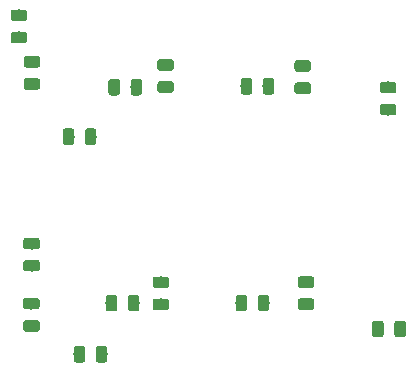
<source format=gtp>
G04 #@! TF.GenerationSoftware,KiCad,Pcbnew,(6.0.0-rc1-dev-1521-g81a0ab4d7)*
G04 #@! TF.CreationDate,2019-02-16T01:33:36+09:00
G04 #@! TF.ProjectId,Linesens_mini,4c696e65-7365-46e7-935f-6d696e692e6b,rev?*
G04 #@! TF.SameCoordinates,Original*
G04 #@! TF.FileFunction,Paste,Top*
G04 #@! TF.FilePolarity,Positive*
%FSLAX46Y46*%
G04 Gerber Fmt 4.6, Leading zero omitted, Abs format (unit mm)*
G04 Created by KiCad (PCBNEW (6.0.0-rc1-dev-1521-g81a0ab4d7)) date 02/16/19 01:33:36*
%MOMM*%
%LPD*%
G04 APERTURE LIST*
%ADD10C,0.100000*%
%ADD11C,0.975000*%
G04 APERTURE END LIST*
D10*
G36*
X77190142Y-86731174D02*
G01*
X77213803Y-86734684D01*
X77237007Y-86740496D01*
X77259529Y-86748554D01*
X77281153Y-86758782D01*
X77301670Y-86771079D01*
X77320883Y-86785329D01*
X77338607Y-86801393D01*
X77354671Y-86819117D01*
X77368921Y-86838330D01*
X77381218Y-86858847D01*
X77391446Y-86880471D01*
X77399504Y-86902993D01*
X77405316Y-86926197D01*
X77408826Y-86949858D01*
X77410000Y-86973750D01*
X77410000Y-87886250D01*
X77408826Y-87910142D01*
X77405316Y-87933803D01*
X77399504Y-87957007D01*
X77391446Y-87979529D01*
X77381218Y-88001153D01*
X77368921Y-88021670D01*
X77354671Y-88040883D01*
X77338607Y-88058607D01*
X77320883Y-88074671D01*
X77301670Y-88088921D01*
X77281153Y-88101218D01*
X77259529Y-88111446D01*
X77237007Y-88119504D01*
X77213803Y-88125316D01*
X77190142Y-88128826D01*
X77166250Y-88130000D01*
X76678750Y-88130000D01*
X76654858Y-88128826D01*
X76631197Y-88125316D01*
X76607993Y-88119504D01*
X76585471Y-88111446D01*
X76563847Y-88101218D01*
X76543330Y-88088921D01*
X76524117Y-88074671D01*
X76506393Y-88058607D01*
X76490329Y-88040883D01*
X76476079Y-88021670D01*
X76463782Y-88001153D01*
X76453554Y-87979529D01*
X76445496Y-87957007D01*
X76439684Y-87933803D01*
X76436174Y-87910142D01*
X76435000Y-87886250D01*
X76435000Y-86973750D01*
X76436174Y-86949858D01*
X76439684Y-86926197D01*
X76445496Y-86902993D01*
X76453554Y-86880471D01*
X76463782Y-86858847D01*
X76476079Y-86838330D01*
X76490329Y-86819117D01*
X76506393Y-86801393D01*
X76524117Y-86785329D01*
X76543330Y-86771079D01*
X76563847Y-86758782D01*
X76585471Y-86748554D01*
X76607993Y-86740496D01*
X76631197Y-86734684D01*
X76654858Y-86731174D01*
X76678750Y-86730000D01*
X77166250Y-86730000D01*
X77190142Y-86731174D01*
X77190142Y-86731174D01*
G37*
D11*
X76922500Y-87430000D03*
D10*
G36*
X79065142Y-86731174D02*
G01*
X79088803Y-86734684D01*
X79112007Y-86740496D01*
X79134529Y-86748554D01*
X79156153Y-86758782D01*
X79176670Y-86771079D01*
X79195883Y-86785329D01*
X79213607Y-86801393D01*
X79229671Y-86819117D01*
X79243921Y-86838330D01*
X79256218Y-86858847D01*
X79266446Y-86880471D01*
X79274504Y-86902993D01*
X79280316Y-86926197D01*
X79283826Y-86949858D01*
X79285000Y-86973750D01*
X79285000Y-87886250D01*
X79283826Y-87910142D01*
X79280316Y-87933803D01*
X79274504Y-87957007D01*
X79266446Y-87979529D01*
X79256218Y-88001153D01*
X79243921Y-88021670D01*
X79229671Y-88040883D01*
X79213607Y-88058607D01*
X79195883Y-88074671D01*
X79176670Y-88088921D01*
X79156153Y-88101218D01*
X79134529Y-88111446D01*
X79112007Y-88119504D01*
X79088803Y-88125316D01*
X79065142Y-88128826D01*
X79041250Y-88130000D01*
X78553750Y-88130000D01*
X78529858Y-88128826D01*
X78506197Y-88125316D01*
X78482993Y-88119504D01*
X78460471Y-88111446D01*
X78438847Y-88101218D01*
X78418330Y-88088921D01*
X78399117Y-88074671D01*
X78381393Y-88058607D01*
X78365329Y-88040883D01*
X78351079Y-88021670D01*
X78338782Y-88001153D01*
X78328554Y-87979529D01*
X78320496Y-87957007D01*
X78314684Y-87933803D01*
X78311174Y-87910142D01*
X78310000Y-87886250D01*
X78310000Y-86973750D01*
X78311174Y-86949858D01*
X78314684Y-86926197D01*
X78320496Y-86902993D01*
X78328554Y-86880471D01*
X78338782Y-86858847D01*
X78351079Y-86838330D01*
X78365329Y-86819117D01*
X78381393Y-86801393D01*
X78399117Y-86785329D01*
X78418330Y-86771079D01*
X78438847Y-86758782D01*
X78460471Y-86748554D01*
X78482993Y-86740496D01*
X78506197Y-86734684D01*
X78529858Y-86731174D01*
X78553750Y-86730000D01*
X79041250Y-86730000D01*
X79065142Y-86731174D01*
X79065142Y-86731174D01*
G37*
D11*
X78797500Y-87430000D03*
D10*
G36*
X73350142Y-79443674D02*
G01*
X73373803Y-79447184D01*
X73397007Y-79452996D01*
X73419529Y-79461054D01*
X73441153Y-79471282D01*
X73461670Y-79483579D01*
X73480883Y-79497829D01*
X73498607Y-79513893D01*
X73514671Y-79531617D01*
X73528921Y-79550830D01*
X73541218Y-79571347D01*
X73551446Y-79592971D01*
X73559504Y-79615493D01*
X73565316Y-79638697D01*
X73568826Y-79662358D01*
X73570000Y-79686250D01*
X73570000Y-80173750D01*
X73568826Y-80197642D01*
X73565316Y-80221303D01*
X73559504Y-80244507D01*
X73551446Y-80267029D01*
X73541218Y-80288653D01*
X73528921Y-80309170D01*
X73514671Y-80328383D01*
X73498607Y-80346107D01*
X73480883Y-80362171D01*
X73461670Y-80376421D01*
X73441153Y-80388718D01*
X73419529Y-80398946D01*
X73397007Y-80407004D01*
X73373803Y-80412816D01*
X73350142Y-80416326D01*
X73326250Y-80417500D01*
X72413750Y-80417500D01*
X72389858Y-80416326D01*
X72366197Y-80412816D01*
X72342993Y-80407004D01*
X72320471Y-80398946D01*
X72298847Y-80388718D01*
X72278330Y-80376421D01*
X72259117Y-80362171D01*
X72241393Y-80346107D01*
X72225329Y-80328383D01*
X72211079Y-80309170D01*
X72198782Y-80288653D01*
X72188554Y-80267029D01*
X72180496Y-80244507D01*
X72174684Y-80221303D01*
X72171174Y-80197642D01*
X72170000Y-80173750D01*
X72170000Y-79686250D01*
X72171174Y-79662358D01*
X72174684Y-79638697D01*
X72180496Y-79615493D01*
X72188554Y-79592971D01*
X72198782Y-79571347D01*
X72211079Y-79550830D01*
X72225329Y-79531617D01*
X72241393Y-79513893D01*
X72259117Y-79497829D01*
X72278330Y-79483579D01*
X72298847Y-79471282D01*
X72320471Y-79461054D01*
X72342993Y-79452996D01*
X72366197Y-79447184D01*
X72389858Y-79443674D01*
X72413750Y-79442500D01*
X73326250Y-79442500D01*
X73350142Y-79443674D01*
X73350142Y-79443674D01*
G37*
D11*
X72870000Y-79930000D03*
D10*
G36*
X73350142Y-77568674D02*
G01*
X73373803Y-77572184D01*
X73397007Y-77577996D01*
X73419529Y-77586054D01*
X73441153Y-77596282D01*
X73461670Y-77608579D01*
X73480883Y-77622829D01*
X73498607Y-77638893D01*
X73514671Y-77656617D01*
X73528921Y-77675830D01*
X73541218Y-77696347D01*
X73551446Y-77717971D01*
X73559504Y-77740493D01*
X73565316Y-77763697D01*
X73568826Y-77787358D01*
X73570000Y-77811250D01*
X73570000Y-78298750D01*
X73568826Y-78322642D01*
X73565316Y-78346303D01*
X73559504Y-78369507D01*
X73551446Y-78392029D01*
X73541218Y-78413653D01*
X73528921Y-78434170D01*
X73514671Y-78453383D01*
X73498607Y-78471107D01*
X73480883Y-78487171D01*
X73461670Y-78501421D01*
X73441153Y-78513718D01*
X73419529Y-78523946D01*
X73397007Y-78532004D01*
X73373803Y-78537816D01*
X73350142Y-78541326D01*
X73326250Y-78542500D01*
X72413750Y-78542500D01*
X72389858Y-78541326D01*
X72366197Y-78537816D01*
X72342993Y-78532004D01*
X72320471Y-78523946D01*
X72298847Y-78513718D01*
X72278330Y-78501421D01*
X72259117Y-78487171D01*
X72241393Y-78471107D01*
X72225329Y-78453383D01*
X72211079Y-78434170D01*
X72198782Y-78413653D01*
X72188554Y-78392029D01*
X72180496Y-78369507D01*
X72174684Y-78346303D01*
X72171174Y-78322642D01*
X72170000Y-78298750D01*
X72170000Y-77811250D01*
X72171174Y-77787358D01*
X72174684Y-77763697D01*
X72180496Y-77740493D01*
X72188554Y-77717971D01*
X72198782Y-77696347D01*
X72211079Y-77675830D01*
X72225329Y-77656617D01*
X72241393Y-77638893D01*
X72259117Y-77622829D01*
X72278330Y-77608579D01*
X72298847Y-77596282D01*
X72320471Y-77586054D01*
X72342993Y-77577996D01*
X72366197Y-77572184D01*
X72389858Y-77568674D01*
X72413750Y-77567500D01*
X73326250Y-77567500D01*
X73350142Y-77568674D01*
X73350142Y-77568674D01*
G37*
D11*
X72870000Y-78055000D03*
D10*
G36*
X76267642Y-68301174D02*
G01*
X76291303Y-68304684D01*
X76314507Y-68310496D01*
X76337029Y-68318554D01*
X76358653Y-68328782D01*
X76379170Y-68341079D01*
X76398383Y-68355329D01*
X76416107Y-68371393D01*
X76432171Y-68389117D01*
X76446421Y-68408330D01*
X76458718Y-68428847D01*
X76468946Y-68450471D01*
X76477004Y-68472993D01*
X76482816Y-68496197D01*
X76486326Y-68519858D01*
X76487500Y-68543750D01*
X76487500Y-69456250D01*
X76486326Y-69480142D01*
X76482816Y-69503803D01*
X76477004Y-69527007D01*
X76468946Y-69549529D01*
X76458718Y-69571153D01*
X76446421Y-69591670D01*
X76432171Y-69610883D01*
X76416107Y-69628607D01*
X76398383Y-69644671D01*
X76379170Y-69658921D01*
X76358653Y-69671218D01*
X76337029Y-69681446D01*
X76314507Y-69689504D01*
X76291303Y-69695316D01*
X76267642Y-69698826D01*
X76243750Y-69700000D01*
X75756250Y-69700000D01*
X75732358Y-69698826D01*
X75708697Y-69695316D01*
X75685493Y-69689504D01*
X75662971Y-69681446D01*
X75641347Y-69671218D01*
X75620830Y-69658921D01*
X75601617Y-69644671D01*
X75583893Y-69628607D01*
X75567829Y-69610883D01*
X75553579Y-69591670D01*
X75541282Y-69571153D01*
X75531054Y-69549529D01*
X75522996Y-69527007D01*
X75517184Y-69503803D01*
X75513674Y-69480142D01*
X75512500Y-69456250D01*
X75512500Y-68543750D01*
X75513674Y-68519858D01*
X75517184Y-68496197D01*
X75522996Y-68472993D01*
X75531054Y-68450471D01*
X75541282Y-68428847D01*
X75553579Y-68408330D01*
X75567829Y-68389117D01*
X75583893Y-68371393D01*
X75601617Y-68355329D01*
X75620830Y-68341079D01*
X75641347Y-68328782D01*
X75662971Y-68318554D01*
X75685493Y-68310496D01*
X75708697Y-68304684D01*
X75732358Y-68301174D01*
X75756250Y-68300000D01*
X76243750Y-68300000D01*
X76267642Y-68301174D01*
X76267642Y-68301174D01*
G37*
D11*
X76000000Y-69000000D03*
D10*
G36*
X78142642Y-68301174D02*
G01*
X78166303Y-68304684D01*
X78189507Y-68310496D01*
X78212029Y-68318554D01*
X78233653Y-68328782D01*
X78254170Y-68341079D01*
X78273383Y-68355329D01*
X78291107Y-68371393D01*
X78307171Y-68389117D01*
X78321421Y-68408330D01*
X78333718Y-68428847D01*
X78343946Y-68450471D01*
X78352004Y-68472993D01*
X78357816Y-68496197D01*
X78361326Y-68519858D01*
X78362500Y-68543750D01*
X78362500Y-69456250D01*
X78361326Y-69480142D01*
X78357816Y-69503803D01*
X78352004Y-69527007D01*
X78343946Y-69549529D01*
X78333718Y-69571153D01*
X78321421Y-69591670D01*
X78307171Y-69610883D01*
X78291107Y-69628607D01*
X78273383Y-69644671D01*
X78254170Y-69658921D01*
X78233653Y-69671218D01*
X78212029Y-69681446D01*
X78189507Y-69689504D01*
X78166303Y-69695316D01*
X78142642Y-69698826D01*
X78118750Y-69700000D01*
X77631250Y-69700000D01*
X77607358Y-69698826D01*
X77583697Y-69695316D01*
X77560493Y-69689504D01*
X77537971Y-69681446D01*
X77516347Y-69671218D01*
X77495830Y-69658921D01*
X77476617Y-69644671D01*
X77458893Y-69628607D01*
X77442829Y-69610883D01*
X77428579Y-69591670D01*
X77416282Y-69571153D01*
X77406054Y-69549529D01*
X77397996Y-69527007D01*
X77392184Y-69503803D01*
X77388674Y-69480142D01*
X77387500Y-69456250D01*
X77387500Y-68543750D01*
X77388674Y-68519858D01*
X77392184Y-68496197D01*
X77397996Y-68472993D01*
X77406054Y-68450471D01*
X77416282Y-68428847D01*
X77428579Y-68408330D01*
X77442829Y-68389117D01*
X77458893Y-68371393D01*
X77476617Y-68355329D01*
X77495830Y-68341079D01*
X77516347Y-68328782D01*
X77537971Y-68318554D01*
X77560493Y-68310496D01*
X77583697Y-68304684D01*
X77607358Y-68301174D01*
X77631250Y-68300000D01*
X78118750Y-68300000D01*
X78142642Y-68301174D01*
X78142642Y-68301174D01*
G37*
D11*
X77875000Y-69000000D03*
D10*
G36*
X72270142Y-58246174D02*
G01*
X72293803Y-58249684D01*
X72317007Y-58255496D01*
X72339529Y-58263554D01*
X72361153Y-58273782D01*
X72381670Y-58286079D01*
X72400883Y-58300329D01*
X72418607Y-58316393D01*
X72434671Y-58334117D01*
X72448921Y-58353330D01*
X72461218Y-58373847D01*
X72471446Y-58395471D01*
X72479504Y-58417993D01*
X72485316Y-58441197D01*
X72488826Y-58464858D01*
X72490000Y-58488750D01*
X72490000Y-58976250D01*
X72488826Y-59000142D01*
X72485316Y-59023803D01*
X72479504Y-59047007D01*
X72471446Y-59069529D01*
X72461218Y-59091153D01*
X72448921Y-59111670D01*
X72434671Y-59130883D01*
X72418607Y-59148607D01*
X72400883Y-59164671D01*
X72381670Y-59178921D01*
X72361153Y-59191218D01*
X72339529Y-59201446D01*
X72317007Y-59209504D01*
X72293803Y-59215316D01*
X72270142Y-59218826D01*
X72246250Y-59220000D01*
X71333750Y-59220000D01*
X71309858Y-59218826D01*
X71286197Y-59215316D01*
X71262993Y-59209504D01*
X71240471Y-59201446D01*
X71218847Y-59191218D01*
X71198330Y-59178921D01*
X71179117Y-59164671D01*
X71161393Y-59148607D01*
X71145329Y-59130883D01*
X71131079Y-59111670D01*
X71118782Y-59091153D01*
X71108554Y-59069529D01*
X71100496Y-59047007D01*
X71094684Y-59023803D01*
X71091174Y-59000142D01*
X71090000Y-58976250D01*
X71090000Y-58488750D01*
X71091174Y-58464858D01*
X71094684Y-58441197D01*
X71100496Y-58417993D01*
X71108554Y-58395471D01*
X71118782Y-58373847D01*
X71131079Y-58353330D01*
X71145329Y-58334117D01*
X71161393Y-58316393D01*
X71179117Y-58300329D01*
X71198330Y-58286079D01*
X71218847Y-58273782D01*
X71240471Y-58263554D01*
X71262993Y-58255496D01*
X71286197Y-58249684D01*
X71309858Y-58246174D01*
X71333750Y-58245000D01*
X72246250Y-58245000D01*
X72270142Y-58246174D01*
X72270142Y-58246174D01*
G37*
D11*
X71790000Y-58732500D03*
D10*
G36*
X72270142Y-60121174D02*
G01*
X72293803Y-60124684D01*
X72317007Y-60130496D01*
X72339529Y-60138554D01*
X72361153Y-60148782D01*
X72381670Y-60161079D01*
X72400883Y-60175329D01*
X72418607Y-60191393D01*
X72434671Y-60209117D01*
X72448921Y-60228330D01*
X72461218Y-60248847D01*
X72471446Y-60270471D01*
X72479504Y-60292993D01*
X72485316Y-60316197D01*
X72488826Y-60339858D01*
X72490000Y-60363750D01*
X72490000Y-60851250D01*
X72488826Y-60875142D01*
X72485316Y-60898803D01*
X72479504Y-60922007D01*
X72471446Y-60944529D01*
X72461218Y-60966153D01*
X72448921Y-60986670D01*
X72434671Y-61005883D01*
X72418607Y-61023607D01*
X72400883Y-61039671D01*
X72381670Y-61053921D01*
X72361153Y-61066218D01*
X72339529Y-61076446D01*
X72317007Y-61084504D01*
X72293803Y-61090316D01*
X72270142Y-61093826D01*
X72246250Y-61095000D01*
X71333750Y-61095000D01*
X71309858Y-61093826D01*
X71286197Y-61090316D01*
X71262993Y-61084504D01*
X71240471Y-61076446D01*
X71218847Y-61066218D01*
X71198330Y-61053921D01*
X71179117Y-61039671D01*
X71161393Y-61023607D01*
X71145329Y-61005883D01*
X71131079Y-60986670D01*
X71118782Y-60966153D01*
X71108554Y-60944529D01*
X71100496Y-60922007D01*
X71094684Y-60898803D01*
X71091174Y-60875142D01*
X71090000Y-60851250D01*
X71090000Y-60363750D01*
X71091174Y-60339858D01*
X71094684Y-60316197D01*
X71100496Y-60292993D01*
X71108554Y-60270471D01*
X71118782Y-60248847D01*
X71131079Y-60228330D01*
X71145329Y-60209117D01*
X71161393Y-60191393D01*
X71179117Y-60175329D01*
X71198330Y-60161079D01*
X71218847Y-60148782D01*
X71240471Y-60138554D01*
X71262993Y-60130496D01*
X71286197Y-60124684D01*
X71309858Y-60121174D01*
X71333750Y-60120000D01*
X72246250Y-60120000D01*
X72270142Y-60121174D01*
X72270142Y-60121174D01*
G37*
D11*
X71790000Y-60607500D03*
D10*
G36*
X96310142Y-62536174D02*
G01*
X96333803Y-62539684D01*
X96357007Y-62545496D01*
X96379529Y-62553554D01*
X96401153Y-62563782D01*
X96421670Y-62576079D01*
X96440883Y-62590329D01*
X96458607Y-62606393D01*
X96474671Y-62624117D01*
X96488921Y-62643330D01*
X96501218Y-62663847D01*
X96511446Y-62685471D01*
X96519504Y-62707993D01*
X96525316Y-62731197D01*
X96528826Y-62754858D01*
X96530000Y-62778750D01*
X96530000Y-63266250D01*
X96528826Y-63290142D01*
X96525316Y-63313803D01*
X96519504Y-63337007D01*
X96511446Y-63359529D01*
X96501218Y-63381153D01*
X96488921Y-63401670D01*
X96474671Y-63420883D01*
X96458607Y-63438607D01*
X96440883Y-63454671D01*
X96421670Y-63468921D01*
X96401153Y-63481218D01*
X96379529Y-63491446D01*
X96357007Y-63499504D01*
X96333803Y-63505316D01*
X96310142Y-63508826D01*
X96286250Y-63510000D01*
X95373750Y-63510000D01*
X95349858Y-63508826D01*
X95326197Y-63505316D01*
X95302993Y-63499504D01*
X95280471Y-63491446D01*
X95258847Y-63481218D01*
X95238330Y-63468921D01*
X95219117Y-63454671D01*
X95201393Y-63438607D01*
X95185329Y-63420883D01*
X95171079Y-63401670D01*
X95158782Y-63381153D01*
X95148554Y-63359529D01*
X95140496Y-63337007D01*
X95134684Y-63313803D01*
X95131174Y-63290142D01*
X95130000Y-63266250D01*
X95130000Y-62778750D01*
X95131174Y-62754858D01*
X95134684Y-62731197D01*
X95140496Y-62707993D01*
X95148554Y-62685471D01*
X95158782Y-62663847D01*
X95171079Y-62643330D01*
X95185329Y-62624117D01*
X95201393Y-62606393D01*
X95219117Y-62590329D01*
X95238330Y-62576079D01*
X95258847Y-62563782D01*
X95280471Y-62553554D01*
X95302993Y-62545496D01*
X95326197Y-62539684D01*
X95349858Y-62536174D01*
X95373750Y-62535000D01*
X96286250Y-62535000D01*
X96310142Y-62536174D01*
X96310142Y-62536174D01*
G37*
D11*
X95830000Y-63022500D03*
D10*
G36*
X96310142Y-64411174D02*
G01*
X96333803Y-64414684D01*
X96357007Y-64420496D01*
X96379529Y-64428554D01*
X96401153Y-64438782D01*
X96421670Y-64451079D01*
X96440883Y-64465329D01*
X96458607Y-64481393D01*
X96474671Y-64499117D01*
X96488921Y-64518330D01*
X96501218Y-64538847D01*
X96511446Y-64560471D01*
X96519504Y-64582993D01*
X96525316Y-64606197D01*
X96528826Y-64629858D01*
X96530000Y-64653750D01*
X96530000Y-65141250D01*
X96528826Y-65165142D01*
X96525316Y-65188803D01*
X96519504Y-65212007D01*
X96511446Y-65234529D01*
X96501218Y-65256153D01*
X96488921Y-65276670D01*
X96474671Y-65295883D01*
X96458607Y-65313607D01*
X96440883Y-65329671D01*
X96421670Y-65343921D01*
X96401153Y-65356218D01*
X96379529Y-65366446D01*
X96357007Y-65374504D01*
X96333803Y-65380316D01*
X96310142Y-65383826D01*
X96286250Y-65385000D01*
X95373750Y-65385000D01*
X95349858Y-65383826D01*
X95326197Y-65380316D01*
X95302993Y-65374504D01*
X95280471Y-65366446D01*
X95258847Y-65356218D01*
X95238330Y-65343921D01*
X95219117Y-65329671D01*
X95201393Y-65313607D01*
X95185329Y-65295883D01*
X95171079Y-65276670D01*
X95158782Y-65256153D01*
X95148554Y-65234529D01*
X95140496Y-65212007D01*
X95134684Y-65188803D01*
X95131174Y-65165142D01*
X95130000Y-65141250D01*
X95130000Y-64653750D01*
X95131174Y-64629858D01*
X95134684Y-64606197D01*
X95140496Y-64582993D01*
X95148554Y-64560471D01*
X95158782Y-64538847D01*
X95171079Y-64518330D01*
X95185329Y-64499117D01*
X95201393Y-64481393D01*
X95219117Y-64465329D01*
X95238330Y-64451079D01*
X95258847Y-64438782D01*
X95280471Y-64428554D01*
X95302993Y-64420496D01*
X95326197Y-64414684D01*
X95349858Y-64411174D01*
X95373750Y-64410000D01*
X96286250Y-64410000D01*
X96310142Y-64411174D01*
X96310142Y-64411174D01*
G37*
D11*
X95830000Y-64897500D03*
D10*
G36*
X103550142Y-66228674D02*
G01*
X103573803Y-66232184D01*
X103597007Y-66237996D01*
X103619529Y-66246054D01*
X103641153Y-66256282D01*
X103661670Y-66268579D01*
X103680883Y-66282829D01*
X103698607Y-66298893D01*
X103714671Y-66316617D01*
X103728921Y-66335830D01*
X103741218Y-66356347D01*
X103751446Y-66377971D01*
X103759504Y-66400493D01*
X103765316Y-66423697D01*
X103768826Y-66447358D01*
X103770000Y-66471250D01*
X103770000Y-66958750D01*
X103768826Y-66982642D01*
X103765316Y-67006303D01*
X103759504Y-67029507D01*
X103751446Y-67052029D01*
X103741218Y-67073653D01*
X103728921Y-67094170D01*
X103714671Y-67113383D01*
X103698607Y-67131107D01*
X103680883Y-67147171D01*
X103661670Y-67161421D01*
X103641153Y-67173718D01*
X103619529Y-67183946D01*
X103597007Y-67192004D01*
X103573803Y-67197816D01*
X103550142Y-67201326D01*
X103526250Y-67202500D01*
X102613750Y-67202500D01*
X102589858Y-67201326D01*
X102566197Y-67197816D01*
X102542993Y-67192004D01*
X102520471Y-67183946D01*
X102498847Y-67173718D01*
X102478330Y-67161421D01*
X102459117Y-67147171D01*
X102441393Y-67131107D01*
X102425329Y-67113383D01*
X102411079Y-67094170D01*
X102398782Y-67073653D01*
X102388554Y-67052029D01*
X102380496Y-67029507D01*
X102374684Y-67006303D01*
X102371174Y-66982642D01*
X102370000Y-66958750D01*
X102370000Y-66471250D01*
X102371174Y-66447358D01*
X102374684Y-66423697D01*
X102380496Y-66400493D01*
X102388554Y-66377971D01*
X102398782Y-66356347D01*
X102411079Y-66335830D01*
X102425329Y-66316617D01*
X102441393Y-66298893D01*
X102459117Y-66282829D01*
X102478330Y-66268579D01*
X102498847Y-66256282D01*
X102520471Y-66246054D01*
X102542993Y-66237996D01*
X102566197Y-66232184D01*
X102589858Y-66228674D01*
X102613750Y-66227500D01*
X103526250Y-66227500D01*
X103550142Y-66228674D01*
X103550142Y-66228674D01*
G37*
D11*
X103070000Y-66715000D03*
D10*
G36*
X103550142Y-64353674D02*
G01*
X103573803Y-64357184D01*
X103597007Y-64362996D01*
X103619529Y-64371054D01*
X103641153Y-64381282D01*
X103661670Y-64393579D01*
X103680883Y-64407829D01*
X103698607Y-64423893D01*
X103714671Y-64441617D01*
X103728921Y-64460830D01*
X103741218Y-64481347D01*
X103751446Y-64502971D01*
X103759504Y-64525493D01*
X103765316Y-64548697D01*
X103768826Y-64572358D01*
X103770000Y-64596250D01*
X103770000Y-65083750D01*
X103768826Y-65107642D01*
X103765316Y-65131303D01*
X103759504Y-65154507D01*
X103751446Y-65177029D01*
X103741218Y-65198653D01*
X103728921Y-65219170D01*
X103714671Y-65238383D01*
X103698607Y-65256107D01*
X103680883Y-65272171D01*
X103661670Y-65286421D01*
X103641153Y-65298718D01*
X103619529Y-65308946D01*
X103597007Y-65317004D01*
X103573803Y-65322816D01*
X103550142Y-65326326D01*
X103526250Y-65327500D01*
X102613750Y-65327500D01*
X102589858Y-65326326D01*
X102566197Y-65322816D01*
X102542993Y-65317004D01*
X102520471Y-65308946D01*
X102498847Y-65298718D01*
X102478330Y-65286421D01*
X102459117Y-65272171D01*
X102441393Y-65256107D01*
X102425329Y-65238383D01*
X102411079Y-65219170D01*
X102398782Y-65198653D01*
X102388554Y-65177029D01*
X102380496Y-65154507D01*
X102374684Y-65131303D01*
X102371174Y-65107642D01*
X102370000Y-65083750D01*
X102370000Y-64596250D01*
X102371174Y-64572358D01*
X102374684Y-64548697D01*
X102380496Y-64525493D01*
X102388554Y-64502971D01*
X102398782Y-64481347D01*
X102411079Y-64460830D01*
X102425329Y-64441617D01*
X102441393Y-64423893D01*
X102459117Y-64407829D01*
X102478330Y-64393579D01*
X102498847Y-64381282D01*
X102520471Y-64371054D01*
X102542993Y-64362996D01*
X102566197Y-64357184D01*
X102589858Y-64353674D01*
X102613750Y-64352500D01*
X103526250Y-64352500D01*
X103550142Y-64353674D01*
X103550142Y-64353674D01*
G37*
D11*
X103070000Y-64840000D03*
D10*
G36*
X84710142Y-62438674D02*
G01*
X84733803Y-62442184D01*
X84757007Y-62447996D01*
X84779529Y-62456054D01*
X84801153Y-62466282D01*
X84821670Y-62478579D01*
X84840883Y-62492829D01*
X84858607Y-62508893D01*
X84874671Y-62526617D01*
X84888921Y-62545830D01*
X84901218Y-62566347D01*
X84911446Y-62587971D01*
X84919504Y-62610493D01*
X84925316Y-62633697D01*
X84928826Y-62657358D01*
X84930000Y-62681250D01*
X84930000Y-63168750D01*
X84928826Y-63192642D01*
X84925316Y-63216303D01*
X84919504Y-63239507D01*
X84911446Y-63262029D01*
X84901218Y-63283653D01*
X84888921Y-63304170D01*
X84874671Y-63323383D01*
X84858607Y-63341107D01*
X84840883Y-63357171D01*
X84821670Y-63371421D01*
X84801153Y-63383718D01*
X84779529Y-63393946D01*
X84757007Y-63402004D01*
X84733803Y-63407816D01*
X84710142Y-63411326D01*
X84686250Y-63412500D01*
X83773750Y-63412500D01*
X83749858Y-63411326D01*
X83726197Y-63407816D01*
X83702993Y-63402004D01*
X83680471Y-63393946D01*
X83658847Y-63383718D01*
X83638330Y-63371421D01*
X83619117Y-63357171D01*
X83601393Y-63341107D01*
X83585329Y-63323383D01*
X83571079Y-63304170D01*
X83558782Y-63283653D01*
X83548554Y-63262029D01*
X83540496Y-63239507D01*
X83534684Y-63216303D01*
X83531174Y-63192642D01*
X83530000Y-63168750D01*
X83530000Y-62681250D01*
X83531174Y-62657358D01*
X83534684Y-62633697D01*
X83540496Y-62610493D01*
X83548554Y-62587971D01*
X83558782Y-62566347D01*
X83571079Y-62545830D01*
X83585329Y-62526617D01*
X83601393Y-62508893D01*
X83619117Y-62492829D01*
X83638330Y-62478579D01*
X83658847Y-62466282D01*
X83680471Y-62456054D01*
X83702993Y-62447996D01*
X83726197Y-62442184D01*
X83749858Y-62438674D01*
X83773750Y-62437500D01*
X84686250Y-62437500D01*
X84710142Y-62438674D01*
X84710142Y-62438674D01*
G37*
D11*
X84230000Y-62925000D03*
D10*
G36*
X84710142Y-64313674D02*
G01*
X84733803Y-64317184D01*
X84757007Y-64322996D01*
X84779529Y-64331054D01*
X84801153Y-64341282D01*
X84821670Y-64353579D01*
X84840883Y-64367829D01*
X84858607Y-64383893D01*
X84874671Y-64401617D01*
X84888921Y-64420830D01*
X84901218Y-64441347D01*
X84911446Y-64462971D01*
X84919504Y-64485493D01*
X84925316Y-64508697D01*
X84928826Y-64532358D01*
X84930000Y-64556250D01*
X84930000Y-65043750D01*
X84928826Y-65067642D01*
X84925316Y-65091303D01*
X84919504Y-65114507D01*
X84911446Y-65137029D01*
X84901218Y-65158653D01*
X84888921Y-65179170D01*
X84874671Y-65198383D01*
X84858607Y-65216107D01*
X84840883Y-65232171D01*
X84821670Y-65246421D01*
X84801153Y-65258718D01*
X84779529Y-65268946D01*
X84757007Y-65277004D01*
X84733803Y-65282816D01*
X84710142Y-65286326D01*
X84686250Y-65287500D01*
X83773750Y-65287500D01*
X83749858Y-65286326D01*
X83726197Y-65282816D01*
X83702993Y-65277004D01*
X83680471Y-65268946D01*
X83658847Y-65258718D01*
X83638330Y-65246421D01*
X83619117Y-65232171D01*
X83601393Y-65216107D01*
X83585329Y-65198383D01*
X83571079Y-65179170D01*
X83558782Y-65158653D01*
X83548554Y-65137029D01*
X83540496Y-65114507D01*
X83534684Y-65091303D01*
X83531174Y-65067642D01*
X83530000Y-65043750D01*
X83530000Y-64556250D01*
X83531174Y-64532358D01*
X83534684Y-64508697D01*
X83540496Y-64485493D01*
X83548554Y-64462971D01*
X83558782Y-64441347D01*
X83571079Y-64420830D01*
X83585329Y-64401617D01*
X83601393Y-64383893D01*
X83619117Y-64367829D01*
X83638330Y-64353579D01*
X83658847Y-64341282D01*
X83680471Y-64331054D01*
X83702993Y-64322996D01*
X83726197Y-64317184D01*
X83749858Y-64313674D01*
X83773750Y-64312500D01*
X84686250Y-64312500D01*
X84710142Y-64313674D01*
X84710142Y-64313674D01*
G37*
D11*
X84230000Y-64800000D03*
D10*
G36*
X93197642Y-64041174D02*
G01*
X93221303Y-64044684D01*
X93244507Y-64050496D01*
X93267029Y-64058554D01*
X93288653Y-64068782D01*
X93309170Y-64081079D01*
X93328383Y-64095329D01*
X93346107Y-64111393D01*
X93362171Y-64129117D01*
X93376421Y-64148330D01*
X93388718Y-64168847D01*
X93398946Y-64190471D01*
X93407004Y-64212993D01*
X93412816Y-64236197D01*
X93416326Y-64259858D01*
X93417500Y-64283750D01*
X93417500Y-65196250D01*
X93416326Y-65220142D01*
X93412816Y-65243803D01*
X93407004Y-65267007D01*
X93398946Y-65289529D01*
X93388718Y-65311153D01*
X93376421Y-65331670D01*
X93362171Y-65350883D01*
X93346107Y-65368607D01*
X93328383Y-65384671D01*
X93309170Y-65398921D01*
X93288653Y-65411218D01*
X93267029Y-65421446D01*
X93244507Y-65429504D01*
X93221303Y-65435316D01*
X93197642Y-65438826D01*
X93173750Y-65440000D01*
X92686250Y-65440000D01*
X92662358Y-65438826D01*
X92638697Y-65435316D01*
X92615493Y-65429504D01*
X92592971Y-65421446D01*
X92571347Y-65411218D01*
X92550830Y-65398921D01*
X92531617Y-65384671D01*
X92513893Y-65368607D01*
X92497829Y-65350883D01*
X92483579Y-65331670D01*
X92471282Y-65311153D01*
X92461054Y-65289529D01*
X92452996Y-65267007D01*
X92447184Y-65243803D01*
X92443674Y-65220142D01*
X92442500Y-65196250D01*
X92442500Y-64283750D01*
X92443674Y-64259858D01*
X92447184Y-64236197D01*
X92452996Y-64212993D01*
X92461054Y-64190471D01*
X92471282Y-64168847D01*
X92483579Y-64148330D01*
X92497829Y-64129117D01*
X92513893Y-64111393D01*
X92531617Y-64095329D01*
X92550830Y-64081079D01*
X92571347Y-64068782D01*
X92592971Y-64058554D01*
X92615493Y-64050496D01*
X92638697Y-64044684D01*
X92662358Y-64041174D01*
X92686250Y-64040000D01*
X93173750Y-64040000D01*
X93197642Y-64041174D01*
X93197642Y-64041174D01*
G37*
D11*
X92930000Y-64740000D03*
D10*
G36*
X91322642Y-64041174D02*
G01*
X91346303Y-64044684D01*
X91369507Y-64050496D01*
X91392029Y-64058554D01*
X91413653Y-64068782D01*
X91434170Y-64081079D01*
X91453383Y-64095329D01*
X91471107Y-64111393D01*
X91487171Y-64129117D01*
X91501421Y-64148330D01*
X91513718Y-64168847D01*
X91523946Y-64190471D01*
X91532004Y-64212993D01*
X91537816Y-64236197D01*
X91541326Y-64259858D01*
X91542500Y-64283750D01*
X91542500Y-65196250D01*
X91541326Y-65220142D01*
X91537816Y-65243803D01*
X91532004Y-65267007D01*
X91523946Y-65289529D01*
X91513718Y-65311153D01*
X91501421Y-65331670D01*
X91487171Y-65350883D01*
X91471107Y-65368607D01*
X91453383Y-65384671D01*
X91434170Y-65398921D01*
X91413653Y-65411218D01*
X91392029Y-65421446D01*
X91369507Y-65429504D01*
X91346303Y-65435316D01*
X91322642Y-65438826D01*
X91298750Y-65440000D01*
X90811250Y-65440000D01*
X90787358Y-65438826D01*
X90763697Y-65435316D01*
X90740493Y-65429504D01*
X90717971Y-65421446D01*
X90696347Y-65411218D01*
X90675830Y-65398921D01*
X90656617Y-65384671D01*
X90638893Y-65368607D01*
X90622829Y-65350883D01*
X90608579Y-65331670D01*
X90596282Y-65311153D01*
X90586054Y-65289529D01*
X90577996Y-65267007D01*
X90572184Y-65243803D01*
X90568674Y-65220142D01*
X90567500Y-65196250D01*
X90567500Y-64283750D01*
X90568674Y-64259858D01*
X90572184Y-64236197D01*
X90577996Y-64212993D01*
X90586054Y-64190471D01*
X90596282Y-64168847D01*
X90608579Y-64148330D01*
X90622829Y-64129117D01*
X90638893Y-64111393D01*
X90656617Y-64095329D01*
X90675830Y-64081079D01*
X90696347Y-64068782D01*
X90717971Y-64058554D01*
X90740493Y-64050496D01*
X90763697Y-64044684D01*
X90787358Y-64041174D01*
X90811250Y-64040000D01*
X91298750Y-64040000D01*
X91322642Y-64041174D01*
X91322642Y-64041174D01*
G37*
D11*
X91055000Y-64740000D03*
D10*
G36*
X73380142Y-62178674D02*
G01*
X73403803Y-62182184D01*
X73427007Y-62187996D01*
X73449529Y-62196054D01*
X73471153Y-62206282D01*
X73491670Y-62218579D01*
X73510883Y-62232829D01*
X73528607Y-62248893D01*
X73544671Y-62266617D01*
X73558921Y-62285830D01*
X73571218Y-62306347D01*
X73581446Y-62327971D01*
X73589504Y-62350493D01*
X73595316Y-62373697D01*
X73598826Y-62397358D01*
X73600000Y-62421250D01*
X73600000Y-62908750D01*
X73598826Y-62932642D01*
X73595316Y-62956303D01*
X73589504Y-62979507D01*
X73581446Y-63002029D01*
X73571218Y-63023653D01*
X73558921Y-63044170D01*
X73544671Y-63063383D01*
X73528607Y-63081107D01*
X73510883Y-63097171D01*
X73491670Y-63111421D01*
X73471153Y-63123718D01*
X73449529Y-63133946D01*
X73427007Y-63142004D01*
X73403803Y-63147816D01*
X73380142Y-63151326D01*
X73356250Y-63152500D01*
X72443750Y-63152500D01*
X72419858Y-63151326D01*
X72396197Y-63147816D01*
X72372993Y-63142004D01*
X72350471Y-63133946D01*
X72328847Y-63123718D01*
X72308330Y-63111421D01*
X72289117Y-63097171D01*
X72271393Y-63081107D01*
X72255329Y-63063383D01*
X72241079Y-63044170D01*
X72228782Y-63023653D01*
X72218554Y-63002029D01*
X72210496Y-62979507D01*
X72204684Y-62956303D01*
X72201174Y-62932642D01*
X72200000Y-62908750D01*
X72200000Y-62421250D01*
X72201174Y-62397358D01*
X72204684Y-62373697D01*
X72210496Y-62350493D01*
X72218554Y-62327971D01*
X72228782Y-62306347D01*
X72241079Y-62285830D01*
X72255329Y-62266617D01*
X72271393Y-62248893D01*
X72289117Y-62232829D01*
X72308330Y-62218579D01*
X72328847Y-62206282D01*
X72350471Y-62196054D01*
X72372993Y-62187996D01*
X72396197Y-62182184D01*
X72419858Y-62178674D01*
X72443750Y-62177500D01*
X73356250Y-62177500D01*
X73380142Y-62178674D01*
X73380142Y-62178674D01*
G37*
D11*
X72900000Y-62665000D03*
D10*
G36*
X73380142Y-64053674D02*
G01*
X73403803Y-64057184D01*
X73427007Y-64062996D01*
X73449529Y-64071054D01*
X73471153Y-64081282D01*
X73491670Y-64093579D01*
X73510883Y-64107829D01*
X73528607Y-64123893D01*
X73544671Y-64141617D01*
X73558921Y-64160830D01*
X73571218Y-64181347D01*
X73581446Y-64202971D01*
X73589504Y-64225493D01*
X73595316Y-64248697D01*
X73598826Y-64272358D01*
X73600000Y-64296250D01*
X73600000Y-64783750D01*
X73598826Y-64807642D01*
X73595316Y-64831303D01*
X73589504Y-64854507D01*
X73581446Y-64877029D01*
X73571218Y-64898653D01*
X73558921Y-64919170D01*
X73544671Y-64938383D01*
X73528607Y-64956107D01*
X73510883Y-64972171D01*
X73491670Y-64986421D01*
X73471153Y-64998718D01*
X73449529Y-65008946D01*
X73427007Y-65017004D01*
X73403803Y-65022816D01*
X73380142Y-65026326D01*
X73356250Y-65027500D01*
X72443750Y-65027500D01*
X72419858Y-65026326D01*
X72396197Y-65022816D01*
X72372993Y-65017004D01*
X72350471Y-65008946D01*
X72328847Y-64998718D01*
X72308330Y-64986421D01*
X72289117Y-64972171D01*
X72271393Y-64956107D01*
X72255329Y-64938383D01*
X72241079Y-64919170D01*
X72228782Y-64898653D01*
X72218554Y-64877029D01*
X72210496Y-64854507D01*
X72204684Y-64831303D01*
X72201174Y-64807642D01*
X72200000Y-64783750D01*
X72200000Y-64296250D01*
X72201174Y-64272358D01*
X72204684Y-64248697D01*
X72210496Y-64225493D01*
X72218554Y-64202971D01*
X72228782Y-64181347D01*
X72241079Y-64160830D01*
X72255329Y-64141617D01*
X72271393Y-64123893D01*
X72289117Y-64107829D01*
X72308330Y-64093579D01*
X72328847Y-64081282D01*
X72350471Y-64071054D01*
X72372993Y-64062996D01*
X72396197Y-64057184D01*
X72419858Y-64053674D01*
X72443750Y-64052500D01*
X73356250Y-64052500D01*
X73380142Y-64053674D01*
X73380142Y-64053674D01*
G37*
D11*
X72900000Y-64540000D03*
D10*
G36*
X82007642Y-64121174D02*
G01*
X82031303Y-64124684D01*
X82054507Y-64130496D01*
X82077029Y-64138554D01*
X82098653Y-64148782D01*
X82119170Y-64161079D01*
X82138383Y-64175329D01*
X82156107Y-64191393D01*
X82172171Y-64209117D01*
X82186421Y-64228330D01*
X82198718Y-64248847D01*
X82208946Y-64270471D01*
X82217004Y-64292993D01*
X82222816Y-64316197D01*
X82226326Y-64339858D01*
X82227500Y-64363750D01*
X82227500Y-65276250D01*
X82226326Y-65300142D01*
X82222816Y-65323803D01*
X82217004Y-65347007D01*
X82208946Y-65369529D01*
X82198718Y-65391153D01*
X82186421Y-65411670D01*
X82172171Y-65430883D01*
X82156107Y-65448607D01*
X82138383Y-65464671D01*
X82119170Y-65478921D01*
X82098653Y-65491218D01*
X82077029Y-65501446D01*
X82054507Y-65509504D01*
X82031303Y-65515316D01*
X82007642Y-65518826D01*
X81983750Y-65520000D01*
X81496250Y-65520000D01*
X81472358Y-65518826D01*
X81448697Y-65515316D01*
X81425493Y-65509504D01*
X81402971Y-65501446D01*
X81381347Y-65491218D01*
X81360830Y-65478921D01*
X81341617Y-65464671D01*
X81323893Y-65448607D01*
X81307829Y-65430883D01*
X81293579Y-65411670D01*
X81281282Y-65391153D01*
X81271054Y-65369529D01*
X81262996Y-65347007D01*
X81257184Y-65323803D01*
X81253674Y-65300142D01*
X81252500Y-65276250D01*
X81252500Y-64363750D01*
X81253674Y-64339858D01*
X81257184Y-64316197D01*
X81262996Y-64292993D01*
X81271054Y-64270471D01*
X81281282Y-64248847D01*
X81293579Y-64228330D01*
X81307829Y-64209117D01*
X81323893Y-64191393D01*
X81341617Y-64175329D01*
X81360830Y-64161079D01*
X81381347Y-64148782D01*
X81402971Y-64138554D01*
X81425493Y-64130496D01*
X81448697Y-64124684D01*
X81472358Y-64121174D01*
X81496250Y-64120000D01*
X81983750Y-64120000D01*
X82007642Y-64121174D01*
X82007642Y-64121174D01*
G37*
D11*
X81740000Y-64820000D03*
D10*
G36*
X80132642Y-64121174D02*
G01*
X80156303Y-64124684D01*
X80179507Y-64130496D01*
X80202029Y-64138554D01*
X80223653Y-64148782D01*
X80244170Y-64161079D01*
X80263383Y-64175329D01*
X80281107Y-64191393D01*
X80297171Y-64209117D01*
X80311421Y-64228330D01*
X80323718Y-64248847D01*
X80333946Y-64270471D01*
X80342004Y-64292993D01*
X80347816Y-64316197D01*
X80351326Y-64339858D01*
X80352500Y-64363750D01*
X80352500Y-65276250D01*
X80351326Y-65300142D01*
X80347816Y-65323803D01*
X80342004Y-65347007D01*
X80333946Y-65369529D01*
X80323718Y-65391153D01*
X80311421Y-65411670D01*
X80297171Y-65430883D01*
X80281107Y-65448607D01*
X80263383Y-65464671D01*
X80244170Y-65478921D01*
X80223653Y-65491218D01*
X80202029Y-65501446D01*
X80179507Y-65509504D01*
X80156303Y-65515316D01*
X80132642Y-65518826D01*
X80108750Y-65520000D01*
X79621250Y-65520000D01*
X79597358Y-65518826D01*
X79573697Y-65515316D01*
X79550493Y-65509504D01*
X79527971Y-65501446D01*
X79506347Y-65491218D01*
X79485830Y-65478921D01*
X79466617Y-65464671D01*
X79448893Y-65448607D01*
X79432829Y-65430883D01*
X79418579Y-65411670D01*
X79406282Y-65391153D01*
X79396054Y-65369529D01*
X79387996Y-65347007D01*
X79382184Y-65323803D01*
X79378674Y-65300142D01*
X79377500Y-65276250D01*
X79377500Y-64363750D01*
X79378674Y-64339858D01*
X79382184Y-64316197D01*
X79387996Y-64292993D01*
X79396054Y-64270471D01*
X79406282Y-64248847D01*
X79418579Y-64228330D01*
X79432829Y-64209117D01*
X79448893Y-64191393D01*
X79466617Y-64175329D01*
X79485830Y-64161079D01*
X79506347Y-64148782D01*
X79527971Y-64138554D01*
X79550493Y-64130496D01*
X79573697Y-64124684D01*
X79597358Y-64121174D01*
X79621250Y-64120000D01*
X80108750Y-64120000D01*
X80132642Y-64121174D01*
X80132642Y-64121174D01*
G37*
D11*
X79865000Y-64820000D03*
D10*
G36*
X96580142Y-80828674D02*
G01*
X96603803Y-80832184D01*
X96627007Y-80837996D01*
X96649529Y-80846054D01*
X96671153Y-80856282D01*
X96691670Y-80868579D01*
X96710883Y-80882829D01*
X96728607Y-80898893D01*
X96744671Y-80916617D01*
X96758921Y-80935830D01*
X96771218Y-80956347D01*
X96781446Y-80977971D01*
X96789504Y-81000493D01*
X96795316Y-81023697D01*
X96798826Y-81047358D01*
X96800000Y-81071250D01*
X96800000Y-81558750D01*
X96798826Y-81582642D01*
X96795316Y-81606303D01*
X96789504Y-81629507D01*
X96781446Y-81652029D01*
X96771218Y-81673653D01*
X96758921Y-81694170D01*
X96744671Y-81713383D01*
X96728607Y-81731107D01*
X96710883Y-81747171D01*
X96691670Y-81761421D01*
X96671153Y-81773718D01*
X96649529Y-81783946D01*
X96627007Y-81792004D01*
X96603803Y-81797816D01*
X96580142Y-81801326D01*
X96556250Y-81802500D01*
X95643750Y-81802500D01*
X95619858Y-81801326D01*
X95596197Y-81797816D01*
X95572993Y-81792004D01*
X95550471Y-81783946D01*
X95528847Y-81773718D01*
X95508330Y-81761421D01*
X95489117Y-81747171D01*
X95471393Y-81731107D01*
X95455329Y-81713383D01*
X95441079Y-81694170D01*
X95428782Y-81673653D01*
X95418554Y-81652029D01*
X95410496Y-81629507D01*
X95404684Y-81606303D01*
X95401174Y-81582642D01*
X95400000Y-81558750D01*
X95400000Y-81071250D01*
X95401174Y-81047358D01*
X95404684Y-81023697D01*
X95410496Y-81000493D01*
X95418554Y-80977971D01*
X95428782Y-80956347D01*
X95441079Y-80935830D01*
X95455329Y-80916617D01*
X95471393Y-80898893D01*
X95489117Y-80882829D01*
X95508330Y-80868579D01*
X95528847Y-80856282D01*
X95550471Y-80846054D01*
X95572993Y-80837996D01*
X95596197Y-80832184D01*
X95619858Y-80828674D01*
X95643750Y-80827500D01*
X96556250Y-80827500D01*
X96580142Y-80828674D01*
X96580142Y-80828674D01*
G37*
D11*
X96100000Y-81315000D03*
D10*
G36*
X96580142Y-82703674D02*
G01*
X96603803Y-82707184D01*
X96627007Y-82712996D01*
X96649529Y-82721054D01*
X96671153Y-82731282D01*
X96691670Y-82743579D01*
X96710883Y-82757829D01*
X96728607Y-82773893D01*
X96744671Y-82791617D01*
X96758921Y-82810830D01*
X96771218Y-82831347D01*
X96781446Y-82852971D01*
X96789504Y-82875493D01*
X96795316Y-82898697D01*
X96798826Y-82922358D01*
X96800000Y-82946250D01*
X96800000Y-83433750D01*
X96798826Y-83457642D01*
X96795316Y-83481303D01*
X96789504Y-83504507D01*
X96781446Y-83527029D01*
X96771218Y-83548653D01*
X96758921Y-83569170D01*
X96744671Y-83588383D01*
X96728607Y-83606107D01*
X96710883Y-83622171D01*
X96691670Y-83636421D01*
X96671153Y-83648718D01*
X96649529Y-83658946D01*
X96627007Y-83667004D01*
X96603803Y-83672816D01*
X96580142Y-83676326D01*
X96556250Y-83677500D01*
X95643750Y-83677500D01*
X95619858Y-83676326D01*
X95596197Y-83672816D01*
X95572993Y-83667004D01*
X95550471Y-83658946D01*
X95528847Y-83648718D01*
X95508330Y-83636421D01*
X95489117Y-83622171D01*
X95471393Y-83606107D01*
X95455329Y-83588383D01*
X95441079Y-83569170D01*
X95428782Y-83548653D01*
X95418554Y-83527029D01*
X95410496Y-83504507D01*
X95404684Y-83481303D01*
X95401174Y-83457642D01*
X95400000Y-83433750D01*
X95400000Y-82946250D01*
X95401174Y-82922358D01*
X95404684Y-82898697D01*
X95410496Y-82875493D01*
X95418554Y-82852971D01*
X95428782Y-82831347D01*
X95441079Y-82810830D01*
X95455329Y-82791617D01*
X95471393Y-82773893D01*
X95489117Y-82757829D01*
X95508330Y-82743579D01*
X95528847Y-82731282D01*
X95550471Y-82721054D01*
X95572993Y-82712996D01*
X95596197Y-82707184D01*
X95619858Y-82703674D01*
X95643750Y-82702500D01*
X96556250Y-82702500D01*
X96580142Y-82703674D01*
X96580142Y-82703674D01*
G37*
D11*
X96100000Y-83190000D03*
D10*
G36*
X104342642Y-84581174D02*
G01*
X104366303Y-84584684D01*
X104389507Y-84590496D01*
X104412029Y-84598554D01*
X104433653Y-84608782D01*
X104454170Y-84621079D01*
X104473383Y-84635329D01*
X104491107Y-84651393D01*
X104507171Y-84669117D01*
X104521421Y-84688330D01*
X104533718Y-84708847D01*
X104543946Y-84730471D01*
X104552004Y-84752993D01*
X104557816Y-84776197D01*
X104561326Y-84799858D01*
X104562500Y-84823750D01*
X104562500Y-85736250D01*
X104561326Y-85760142D01*
X104557816Y-85783803D01*
X104552004Y-85807007D01*
X104543946Y-85829529D01*
X104533718Y-85851153D01*
X104521421Y-85871670D01*
X104507171Y-85890883D01*
X104491107Y-85908607D01*
X104473383Y-85924671D01*
X104454170Y-85938921D01*
X104433653Y-85951218D01*
X104412029Y-85961446D01*
X104389507Y-85969504D01*
X104366303Y-85975316D01*
X104342642Y-85978826D01*
X104318750Y-85980000D01*
X103831250Y-85980000D01*
X103807358Y-85978826D01*
X103783697Y-85975316D01*
X103760493Y-85969504D01*
X103737971Y-85961446D01*
X103716347Y-85951218D01*
X103695830Y-85938921D01*
X103676617Y-85924671D01*
X103658893Y-85908607D01*
X103642829Y-85890883D01*
X103628579Y-85871670D01*
X103616282Y-85851153D01*
X103606054Y-85829529D01*
X103597996Y-85807007D01*
X103592184Y-85783803D01*
X103588674Y-85760142D01*
X103587500Y-85736250D01*
X103587500Y-84823750D01*
X103588674Y-84799858D01*
X103592184Y-84776197D01*
X103597996Y-84752993D01*
X103606054Y-84730471D01*
X103616282Y-84708847D01*
X103628579Y-84688330D01*
X103642829Y-84669117D01*
X103658893Y-84651393D01*
X103676617Y-84635329D01*
X103695830Y-84621079D01*
X103716347Y-84608782D01*
X103737971Y-84598554D01*
X103760493Y-84590496D01*
X103783697Y-84584684D01*
X103807358Y-84581174D01*
X103831250Y-84580000D01*
X104318750Y-84580000D01*
X104342642Y-84581174D01*
X104342642Y-84581174D01*
G37*
D11*
X104075000Y-85280000D03*
D10*
G36*
X102467642Y-84581174D02*
G01*
X102491303Y-84584684D01*
X102514507Y-84590496D01*
X102537029Y-84598554D01*
X102558653Y-84608782D01*
X102579170Y-84621079D01*
X102598383Y-84635329D01*
X102616107Y-84651393D01*
X102632171Y-84669117D01*
X102646421Y-84688330D01*
X102658718Y-84708847D01*
X102668946Y-84730471D01*
X102677004Y-84752993D01*
X102682816Y-84776197D01*
X102686326Y-84799858D01*
X102687500Y-84823750D01*
X102687500Y-85736250D01*
X102686326Y-85760142D01*
X102682816Y-85783803D01*
X102677004Y-85807007D01*
X102668946Y-85829529D01*
X102658718Y-85851153D01*
X102646421Y-85871670D01*
X102632171Y-85890883D01*
X102616107Y-85908607D01*
X102598383Y-85924671D01*
X102579170Y-85938921D01*
X102558653Y-85951218D01*
X102537029Y-85961446D01*
X102514507Y-85969504D01*
X102491303Y-85975316D01*
X102467642Y-85978826D01*
X102443750Y-85980000D01*
X101956250Y-85980000D01*
X101932358Y-85978826D01*
X101908697Y-85975316D01*
X101885493Y-85969504D01*
X101862971Y-85961446D01*
X101841347Y-85951218D01*
X101820830Y-85938921D01*
X101801617Y-85924671D01*
X101783893Y-85908607D01*
X101767829Y-85890883D01*
X101753579Y-85871670D01*
X101741282Y-85851153D01*
X101731054Y-85829529D01*
X101722996Y-85807007D01*
X101717184Y-85783803D01*
X101713674Y-85760142D01*
X101712500Y-85736250D01*
X101712500Y-84823750D01*
X101713674Y-84799858D01*
X101717184Y-84776197D01*
X101722996Y-84752993D01*
X101731054Y-84730471D01*
X101741282Y-84708847D01*
X101753579Y-84688330D01*
X101767829Y-84669117D01*
X101783893Y-84651393D01*
X101801617Y-84635329D01*
X101820830Y-84621079D01*
X101841347Y-84608782D01*
X101862971Y-84598554D01*
X101885493Y-84590496D01*
X101908697Y-84584684D01*
X101932358Y-84581174D01*
X101956250Y-84580000D01*
X102443750Y-84580000D01*
X102467642Y-84581174D01*
X102467642Y-84581174D01*
G37*
D11*
X102200000Y-85280000D03*
D10*
G36*
X84300142Y-80846174D02*
G01*
X84323803Y-80849684D01*
X84347007Y-80855496D01*
X84369529Y-80863554D01*
X84391153Y-80873782D01*
X84411670Y-80886079D01*
X84430883Y-80900329D01*
X84448607Y-80916393D01*
X84464671Y-80934117D01*
X84478921Y-80953330D01*
X84491218Y-80973847D01*
X84501446Y-80995471D01*
X84509504Y-81017993D01*
X84515316Y-81041197D01*
X84518826Y-81064858D01*
X84520000Y-81088750D01*
X84520000Y-81576250D01*
X84518826Y-81600142D01*
X84515316Y-81623803D01*
X84509504Y-81647007D01*
X84501446Y-81669529D01*
X84491218Y-81691153D01*
X84478921Y-81711670D01*
X84464671Y-81730883D01*
X84448607Y-81748607D01*
X84430883Y-81764671D01*
X84411670Y-81778921D01*
X84391153Y-81791218D01*
X84369529Y-81801446D01*
X84347007Y-81809504D01*
X84323803Y-81815316D01*
X84300142Y-81818826D01*
X84276250Y-81820000D01*
X83363750Y-81820000D01*
X83339858Y-81818826D01*
X83316197Y-81815316D01*
X83292993Y-81809504D01*
X83270471Y-81801446D01*
X83248847Y-81791218D01*
X83228330Y-81778921D01*
X83209117Y-81764671D01*
X83191393Y-81748607D01*
X83175329Y-81730883D01*
X83161079Y-81711670D01*
X83148782Y-81691153D01*
X83138554Y-81669529D01*
X83130496Y-81647007D01*
X83124684Y-81623803D01*
X83121174Y-81600142D01*
X83120000Y-81576250D01*
X83120000Y-81088750D01*
X83121174Y-81064858D01*
X83124684Y-81041197D01*
X83130496Y-81017993D01*
X83138554Y-80995471D01*
X83148782Y-80973847D01*
X83161079Y-80953330D01*
X83175329Y-80934117D01*
X83191393Y-80916393D01*
X83209117Y-80900329D01*
X83228330Y-80886079D01*
X83248847Y-80873782D01*
X83270471Y-80863554D01*
X83292993Y-80855496D01*
X83316197Y-80849684D01*
X83339858Y-80846174D01*
X83363750Y-80845000D01*
X84276250Y-80845000D01*
X84300142Y-80846174D01*
X84300142Y-80846174D01*
G37*
D11*
X83820000Y-81332500D03*
D10*
G36*
X84300142Y-82721174D02*
G01*
X84323803Y-82724684D01*
X84347007Y-82730496D01*
X84369529Y-82738554D01*
X84391153Y-82748782D01*
X84411670Y-82761079D01*
X84430883Y-82775329D01*
X84448607Y-82791393D01*
X84464671Y-82809117D01*
X84478921Y-82828330D01*
X84491218Y-82848847D01*
X84501446Y-82870471D01*
X84509504Y-82892993D01*
X84515316Y-82916197D01*
X84518826Y-82939858D01*
X84520000Y-82963750D01*
X84520000Y-83451250D01*
X84518826Y-83475142D01*
X84515316Y-83498803D01*
X84509504Y-83522007D01*
X84501446Y-83544529D01*
X84491218Y-83566153D01*
X84478921Y-83586670D01*
X84464671Y-83605883D01*
X84448607Y-83623607D01*
X84430883Y-83639671D01*
X84411670Y-83653921D01*
X84391153Y-83666218D01*
X84369529Y-83676446D01*
X84347007Y-83684504D01*
X84323803Y-83690316D01*
X84300142Y-83693826D01*
X84276250Y-83695000D01*
X83363750Y-83695000D01*
X83339858Y-83693826D01*
X83316197Y-83690316D01*
X83292993Y-83684504D01*
X83270471Y-83676446D01*
X83248847Y-83666218D01*
X83228330Y-83653921D01*
X83209117Y-83639671D01*
X83191393Y-83623607D01*
X83175329Y-83605883D01*
X83161079Y-83586670D01*
X83148782Y-83566153D01*
X83138554Y-83544529D01*
X83130496Y-83522007D01*
X83124684Y-83498803D01*
X83121174Y-83475142D01*
X83120000Y-83451250D01*
X83120000Y-82963750D01*
X83121174Y-82939858D01*
X83124684Y-82916197D01*
X83130496Y-82892993D01*
X83138554Y-82870471D01*
X83148782Y-82848847D01*
X83161079Y-82828330D01*
X83175329Y-82809117D01*
X83191393Y-82791393D01*
X83209117Y-82775329D01*
X83228330Y-82761079D01*
X83248847Y-82748782D01*
X83270471Y-82738554D01*
X83292993Y-82730496D01*
X83316197Y-82724684D01*
X83339858Y-82721174D01*
X83363750Y-82720000D01*
X84276250Y-82720000D01*
X84300142Y-82721174D01*
X84300142Y-82721174D01*
G37*
D11*
X83820000Y-83207500D03*
D10*
G36*
X92781682Y-82394229D02*
G01*
X92805343Y-82397739D01*
X92828547Y-82403551D01*
X92851069Y-82411609D01*
X92872693Y-82421837D01*
X92893210Y-82434134D01*
X92912423Y-82448384D01*
X92930147Y-82464448D01*
X92946211Y-82482172D01*
X92960461Y-82501385D01*
X92972758Y-82521902D01*
X92982986Y-82543526D01*
X92991044Y-82566048D01*
X92996856Y-82589252D01*
X93000366Y-82612913D01*
X93001540Y-82636805D01*
X93001540Y-83549305D01*
X93000366Y-83573197D01*
X92996856Y-83596858D01*
X92991044Y-83620062D01*
X92982986Y-83642584D01*
X92972758Y-83664208D01*
X92960461Y-83684725D01*
X92946211Y-83703938D01*
X92930147Y-83721662D01*
X92912423Y-83737726D01*
X92893210Y-83751976D01*
X92872693Y-83764273D01*
X92851069Y-83774501D01*
X92828547Y-83782559D01*
X92805343Y-83788371D01*
X92781682Y-83791881D01*
X92757790Y-83793055D01*
X92270290Y-83793055D01*
X92246398Y-83791881D01*
X92222737Y-83788371D01*
X92199533Y-83782559D01*
X92177011Y-83774501D01*
X92155387Y-83764273D01*
X92134870Y-83751976D01*
X92115657Y-83737726D01*
X92097933Y-83721662D01*
X92081869Y-83703938D01*
X92067619Y-83684725D01*
X92055322Y-83664208D01*
X92045094Y-83642584D01*
X92037036Y-83620062D01*
X92031224Y-83596858D01*
X92027714Y-83573197D01*
X92026540Y-83549305D01*
X92026540Y-82636805D01*
X92027714Y-82612913D01*
X92031224Y-82589252D01*
X92037036Y-82566048D01*
X92045094Y-82543526D01*
X92055322Y-82521902D01*
X92067619Y-82501385D01*
X92081869Y-82482172D01*
X92097933Y-82464448D01*
X92115657Y-82448384D01*
X92134870Y-82434134D01*
X92155387Y-82421837D01*
X92177011Y-82411609D01*
X92199533Y-82403551D01*
X92222737Y-82397739D01*
X92246398Y-82394229D01*
X92270290Y-82393055D01*
X92757790Y-82393055D01*
X92781682Y-82394229D01*
X92781682Y-82394229D01*
G37*
D11*
X92514040Y-83093055D03*
D10*
G36*
X90906682Y-82394229D02*
G01*
X90930343Y-82397739D01*
X90953547Y-82403551D01*
X90976069Y-82411609D01*
X90997693Y-82421837D01*
X91018210Y-82434134D01*
X91037423Y-82448384D01*
X91055147Y-82464448D01*
X91071211Y-82482172D01*
X91085461Y-82501385D01*
X91097758Y-82521902D01*
X91107986Y-82543526D01*
X91116044Y-82566048D01*
X91121856Y-82589252D01*
X91125366Y-82612913D01*
X91126540Y-82636805D01*
X91126540Y-83549305D01*
X91125366Y-83573197D01*
X91121856Y-83596858D01*
X91116044Y-83620062D01*
X91107986Y-83642584D01*
X91097758Y-83664208D01*
X91085461Y-83684725D01*
X91071211Y-83703938D01*
X91055147Y-83721662D01*
X91037423Y-83737726D01*
X91018210Y-83751976D01*
X90997693Y-83764273D01*
X90976069Y-83774501D01*
X90953547Y-83782559D01*
X90930343Y-83788371D01*
X90906682Y-83791881D01*
X90882790Y-83793055D01*
X90395290Y-83793055D01*
X90371398Y-83791881D01*
X90347737Y-83788371D01*
X90324533Y-83782559D01*
X90302011Y-83774501D01*
X90280387Y-83764273D01*
X90259870Y-83751976D01*
X90240657Y-83737726D01*
X90222933Y-83721662D01*
X90206869Y-83703938D01*
X90192619Y-83684725D01*
X90180322Y-83664208D01*
X90170094Y-83642584D01*
X90162036Y-83620062D01*
X90156224Y-83596858D01*
X90152714Y-83573197D01*
X90151540Y-83549305D01*
X90151540Y-82636805D01*
X90152714Y-82612913D01*
X90156224Y-82589252D01*
X90162036Y-82566048D01*
X90170094Y-82543526D01*
X90180322Y-82521902D01*
X90192619Y-82501385D01*
X90206869Y-82482172D01*
X90222933Y-82464448D01*
X90240657Y-82448384D01*
X90259870Y-82434134D01*
X90280387Y-82421837D01*
X90302011Y-82411609D01*
X90324533Y-82403551D01*
X90347737Y-82397739D01*
X90371398Y-82394229D01*
X90395290Y-82393055D01*
X90882790Y-82393055D01*
X90906682Y-82394229D01*
X90906682Y-82394229D01*
G37*
D11*
X90639040Y-83093055D03*
D10*
G36*
X73330142Y-84538674D02*
G01*
X73353803Y-84542184D01*
X73377007Y-84547996D01*
X73399529Y-84556054D01*
X73421153Y-84566282D01*
X73441670Y-84578579D01*
X73460883Y-84592829D01*
X73478607Y-84608893D01*
X73494671Y-84626617D01*
X73508921Y-84645830D01*
X73521218Y-84666347D01*
X73531446Y-84687971D01*
X73539504Y-84710493D01*
X73545316Y-84733697D01*
X73548826Y-84757358D01*
X73550000Y-84781250D01*
X73550000Y-85268750D01*
X73548826Y-85292642D01*
X73545316Y-85316303D01*
X73539504Y-85339507D01*
X73531446Y-85362029D01*
X73521218Y-85383653D01*
X73508921Y-85404170D01*
X73494671Y-85423383D01*
X73478607Y-85441107D01*
X73460883Y-85457171D01*
X73441670Y-85471421D01*
X73421153Y-85483718D01*
X73399529Y-85493946D01*
X73377007Y-85502004D01*
X73353803Y-85507816D01*
X73330142Y-85511326D01*
X73306250Y-85512500D01*
X72393750Y-85512500D01*
X72369858Y-85511326D01*
X72346197Y-85507816D01*
X72322993Y-85502004D01*
X72300471Y-85493946D01*
X72278847Y-85483718D01*
X72258330Y-85471421D01*
X72239117Y-85457171D01*
X72221393Y-85441107D01*
X72205329Y-85423383D01*
X72191079Y-85404170D01*
X72178782Y-85383653D01*
X72168554Y-85362029D01*
X72160496Y-85339507D01*
X72154684Y-85316303D01*
X72151174Y-85292642D01*
X72150000Y-85268750D01*
X72150000Y-84781250D01*
X72151174Y-84757358D01*
X72154684Y-84733697D01*
X72160496Y-84710493D01*
X72168554Y-84687971D01*
X72178782Y-84666347D01*
X72191079Y-84645830D01*
X72205329Y-84626617D01*
X72221393Y-84608893D01*
X72239117Y-84592829D01*
X72258330Y-84578579D01*
X72278847Y-84566282D01*
X72300471Y-84556054D01*
X72322993Y-84547996D01*
X72346197Y-84542184D01*
X72369858Y-84538674D01*
X72393750Y-84537500D01*
X73306250Y-84537500D01*
X73330142Y-84538674D01*
X73330142Y-84538674D01*
G37*
D11*
X72850000Y-85025000D03*
D10*
G36*
X73330142Y-82663674D02*
G01*
X73353803Y-82667184D01*
X73377007Y-82672996D01*
X73399529Y-82681054D01*
X73421153Y-82691282D01*
X73441670Y-82703579D01*
X73460883Y-82717829D01*
X73478607Y-82733893D01*
X73494671Y-82751617D01*
X73508921Y-82770830D01*
X73521218Y-82791347D01*
X73531446Y-82812971D01*
X73539504Y-82835493D01*
X73545316Y-82858697D01*
X73548826Y-82882358D01*
X73550000Y-82906250D01*
X73550000Y-83393750D01*
X73548826Y-83417642D01*
X73545316Y-83441303D01*
X73539504Y-83464507D01*
X73531446Y-83487029D01*
X73521218Y-83508653D01*
X73508921Y-83529170D01*
X73494671Y-83548383D01*
X73478607Y-83566107D01*
X73460883Y-83582171D01*
X73441670Y-83596421D01*
X73421153Y-83608718D01*
X73399529Y-83618946D01*
X73377007Y-83627004D01*
X73353803Y-83632816D01*
X73330142Y-83636326D01*
X73306250Y-83637500D01*
X72393750Y-83637500D01*
X72369858Y-83636326D01*
X72346197Y-83632816D01*
X72322993Y-83627004D01*
X72300471Y-83618946D01*
X72278847Y-83608718D01*
X72258330Y-83596421D01*
X72239117Y-83582171D01*
X72221393Y-83566107D01*
X72205329Y-83548383D01*
X72191079Y-83529170D01*
X72178782Y-83508653D01*
X72168554Y-83487029D01*
X72160496Y-83464507D01*
X72154684Y-83441303D01*
X72151174Y-83417642D01*
X72150000Y-83393750D01*
X72150000Y-82906250D01*
X72151174Y-82882358D01*
X72154684Y-82858697D01*
X72160496Y-82835493D01*
X72168554Y-82812971D01*
X72178782Y-82791347D01*
X72191079Y-82770830D01*
X72205329Y-82751617D01*
X72221393Y-82733893D01*
X72239117Y-82717829D01*
X72258330Y-82703579D01*
X72278847Y-82691282D01*
X72300471Y-82681054D01*
X72322993Y-82672996D01*
X72346197Y-82667184D01*
X72369858Y-82663674D01*
X72393750Y-82662500D01*
X73306250Y-82662500D01*
X73330142Y-82663674D01*
X73330142Y-82663674D01*
G37*
D11*
X72850000Y-83150000D03*
D10*
G36*
X81781682Y-82404229D02*
G01*
X81805343Y-82407739D01*
X81828547Y-82413551D01*
X81851069Y-82421609D01*
X81872693Y-82431837D01*
X81893210Y-82444134D01*
X81912423Y-82458384D01*
X81930147Y-82474448D01*
X81946211Y-82492172D01*
X81960461Y-82511385D01*
X81972758Y-82531902D01*
X81982986Y-82553526D01*
X81991044Y-82576048D01*
X81996856Y-82599252D01*
X82000366Y-82622913D01*
X82001540Y-82646805D01*
X82001540Y-83559305D01*
X82000366Y-83583197D01*
X81996856Y-83606858D01*
X81991044Y-83630062D01*
X81982986Y-83652584D01*
X81972758Y-83674208D01*
X81960461Y-83694725D01*
X81946211Y-83713938D01*
X81930147Y-83731662D01*
X81912423Y-83747726D01*
X81893210Y-83761976D01*
X81872693Y-83774273D01*
X81851069Y-83784501D01*
X81828547Y-83792559D01*
X81805343Y-83798371D01*
X81781682Y-83801881D01*
X81757790Y-83803055D01*
X81270290Y-83803055D01*
X81246398Y-83801881D01*
X81222737Y-83798371D01*
X81199533Y-83792559D01*
X81177011Y-83784501D01*
X81155387Y-83774273D01*
X81134870Y-83761976D01*
X81115657Y-83747726D01*
X81097933Y-83731662D01*
X81081869Y-83713938D01*
X81067619Y-83694725D01*
X81055322Y-83674208D01*
X81045094Y-83652584D01*
X81037036Y-83630062D01*
X81031224Y-83606858D01*
X81027714Y-83583197D01*
X81026540Y-83559305D01*
X81026540Y-82646805D01*
X81027714Y-82622913D01*
X81031224Y-82599252D01*
X81037036Y-82576048D01*
X81045094Y-82553526D01*
X81055322Y-82531902D01*
X81067619Y-82511385D01*
X81081869Y-82492172D01*
X81097933Y-82474448D01*
X81115657Y-82458384D01*
X81134870Y-82444134D01*
X81155387Y-82431837D01*
X81177011Y-82421609D01*
X81199533Y-82413551D01*
X81222737Y-82407739D01*
X81246398Y-82404229D01*
X81270290Y-82403055D01*
X81757790Y-82403055D01*
X81781682Y-82404229D01*
X81781682Y-82404229D01*
G37*
D11*
X81514040Y-83103055D03*
D10*
G36*
X79906682Y-82404229D02*
G01*
X79930343Y-82407739D01*
X79953547Y-82413551D01*
X79976069Y-82421609D01*
X79997693Y-82431837D01*
X80018210Y-82444134D01*
X80037423Y-82458384D01*
X80055147Y-82474448D01*
X80071211Y-82492172D01*
X80085461Y-82511385D01*
X80097758Y-82531902D01*
X80107986Y-82553526D01*
X80116044Y-82576048D01*
X80121856Y-82599252D01*
X80125366Y-82622913D01*
X80126540Y-82646805D01*
X80126540Y-83559305D01*
X80125366Y-83583197D01*
X80121856Y-83606858D01*
X80116044Y-83630062D01*
X80107986Y-83652584D01*
X80097758Y-83674208D01*
X80085461Y-83694725D01*
X80071211Y-83713938D01*
X80055147Y-83731662D01*
X80037423Y-83747726D01*
X80018210Y-83761976D01*
X79997693Y-83774273D01*
X79976069Y-83784501D01*
X79953547Y-83792559D01*
X79930343Y-83798371D01*
X79906682Y-83801881D01*
X79882790Y-83803055D01*
X79395290Y-83803055D01*
X79371398Y-83801881D01*
X79347737Y-83798371D01*
X79324533Y-83792559D01*
X79302011Y-83784501D01*
X79280387Y-83774273D01*
X79259870Y-83761976D01*
X79240657Y-83747726D01*
X79222933Y-83731662D01*
X79206869Y-83713938D01*
X79192619Y-83694725D01*
X79180322Y-83674208D01*
X79170094Y-83652584D01*
X79162036Y-83630062D01*
X79156224Y-83606858D01*
X79152714Y-83583197D01*
X79151540Y-83559305D01*
X79151540Y-82646805D01*
X79152714Y-82622913D01*
X79156224Y-82599252D01*
X79162036Y-82576048D01*
X79170094Y-82553526D01*
X79180322Y-82531902D01*
X79192619Y-82511385D01*
X79206869Y-82492172D01*
X79222933Y-82474448D01*
X79240657Y-82458384D01*
X79259870Y-82444134D01*
X79280387Y-82431837D01*
X79302011Y-82421609D01*
X79324533Y-82413551D01*
X79347737Y-82407739D01*
X79371398Y-82404229D01*
X79395290Y-82403055D01*
X79882790Y-82403055D01*
X79906682Y-82404229D01*
X79906682Y-82404229D01*
G37*
D11*
X79639040Y-83103055D03*
M02*

</source>
